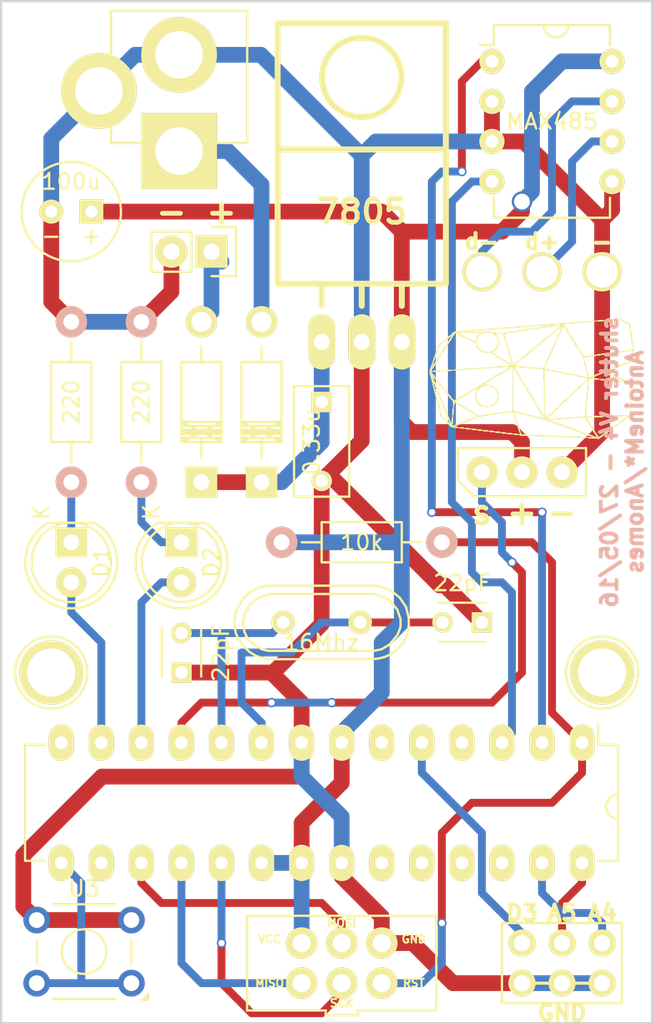
<source format=kicad_pcb>
(kicad_pcb (version 20171130) (host pcbnew "(5.1.12)-1")
  (layers (0 F.Cu signal) (31 B.Cu signal) (34 B.Paste user hide) (35 F.Paste user hide) (36 B.SilkS user hide) (37 F.SilkS user hide) (38 B.Mask user hide) (39 F.Mask user hide) (44 Edge.Cuts user))
  (net 0 "")
  (net 1 GND)
  (net 2 "Net-(C1-Pad2)")
  (net 3 "Net-(C2-Pad2)")
  (net 4 VCC)
  (net 5 "Net-(C4-Pad1)")
  (net 6 /MISO)
  (net 7 /SCK)
  (net 8 /MOSI)
  (net 9 /RST)
  (net 10 "Net-(CON2-Pad1)")
  (net 11 "Net-(D1-Pad1)")
  (net 12 "Net-(D1-Pad2)")
  (net 13 "Net-(D2-Pad1)")
  (net 14 "Net-(D2-Pad2)")
  (net 15 "Net-(D4-Pad2)")
  (net 16 /DMX_RX)
  (net 17 /DMX_TX)
  (net 18 /DMX_LEARN)
  (net 19 /PWM_OUT_3)
  (net 20 "Net-(IC1-Pad6)")
  (net 21 /SERVO)
  (net 22 "Net-(IC1-Pad14)")
  (net 23 "Net-(IC1-Pad16)")
  (net 24 "Net-(IC1-Pad23)")
  (net 25 "Net-(IC1-Pad24)")
  (net 26 "Net-(IC1-Pad25)")
  (net 27 "Net-(IC1-Pad26)")
  (net 28 /A4)
  (net 29 /A5)
  (net 30 /D-)
  (net 31 /D+)
  (net 32 "Net-(IC1-Pad4)")
  (module CONN_ISP_6 (layer F.Cu) (at 70.485 90.805 90)
    (fp_text reference CON1 hide)
    (fp_text value AVR-ISP-6 hide)
    (fp_text user MOSI (at 2.54 0 180) (layer F.SilkS) (effects (font (size 0.5 0.5) (thickness 0.125))))
    (fp_text user SCK (at -2.54 0 180) (layer F.SilkS) (effects (font (size 0.5 0.5) (thickness 0.125))))
    (fp_text user MISO (at -1.27 -4.572 180) (layer F.SilkS) (effects (font (size 0.5 0.5) (thickness 0.125))))
    (fp_text user RST (at -1.27 4.572 180) (layer F.SilkS) (effects (font (size 0.5 0.5) (thickness 0.125))))
    (fp_text user GND (at 1.524 4.572 180) (layer F.SilkS) (effects (font (size 0.5 0.5) (thickness 0.125))))
    (fp_text user VCC (at 1.524 -4.572 180) (layer F.SilkS) (effects (font (size 0.5 0.5) (thickness 0.125))))
    (pad 1 thru_hole circle (at -1.27 -2.54 90) (size 2 2) (drill 1.15) (layers *.Cu *.Mask F.SilkS) (net 6 /MISO))
    (pad 2 thru_hole circle (at 1.27 -2.54 90) (size 2 2) (drill 1.15) (layers *.Cu *.Mask F.SilkS) (net 4 VCC))
    (pad 3 thru_hole circle (at -1.27 0 90) (size 2 2) (drill 1.15) (layers *.Cu *.Mask F.SilkS) (net 7 /SCK))
    (pad 4 thru_hole circle (at 1.27 0 90) (size 2 2) (drill 1.15) (layers *.Cu *.Mask F.SilkS) (net 8 /MOSI))
    (pad 5 thru_hole circle (at -1.27 2.54 90) (size 2 2) (drill 1.15) (layers *.Cu *.Mask F.SilkS) (net 9 /RST))
    (pad 6 thru_hole circle (at 1.27 2.54 90) (size 2 2) (drill 1.15) (layers *.Cu *.Mask F.SilkS) (net 1 GND))
  )
  (module CONN_075_3 (layer F.Cu) (at 83.185 46.99 270)
    (fp_text reference K1 hide)
    (fp_text value XLR3 hide)
    (pad 1 thru_hole circle (at 0 -3.81 270) (size 2.5 2.5) (drill 2) (layers *.Cu *.Mask F.SilkS) (net 1 GND))
    (pad 2 thru_hole circle (at 0 3.81 270) (size 2.5 2.5) (drill 2) (layers *.Cu *.Mask F.SilkS) (net 30 /D-))
    (pad 3 thru_hole circle (at 0 0 270) (size 2.5 2.5) (drill 2) (layers *.Cu *.Mask F.SilkS) (net 31 /D+))
  )
  (module JACK_ALIM (layer F.Cu) (at 60.175 33.245 270)
    (fp_text reference CON2 hide)
    (fp_text value BARREL_JACK hide)
    (pad 2 thru_hole circle (at 0 0 270) (size 4.8006 4.8006) (drill 3) (layers *.Cu *.Mask F.SilkS) (net 1 GND))
    (pad 1 thru_hole rect (at 6.096 0 270) (size 4.8006 4.8006) (drill 3) (layers *.Cu *.Mask F.SilkS) (net 10 "Net-(CON2-Pad1)"))
    (pad 3 thru_hole circle (at 2.286 5.08 270) (size 4.8006 4.8006) (drill 3) (layers *.Cu *.Mask F.SilkS) (net 1 GND))
  )
  (module DIP-28_W7.62mm_LongPads (layer F.Cu) (at 85.725 76.835 270)
    (fp_text reference IC1 hide)
    (fp_text value ATMEGA328-P hide)
    (pad 1 thru_hole oval (at 0 0 270) (size 2.3 1.6) (drill 0.8) (layers *.Cu *.Mask F.SilkS) (net 9 /RST))
    (pad 2 thru_hole oval (at 0 2.54 270) (size 2.3 1.6) (drill 0.8) (layers *.Cu *.Mask F.SilkS) (net 16 /DMX_RX))
    (pad 3 thru_hole oval (at 0 5.08 270) (size 2.3 1.6) (drill 0.8) (layers *.Cu *.Mask F.SilkS) (net 17 /DMX_TX))
    (pad 4 thru_hole oval (at 0 7.62 270) (size 2.3 1.6) (drill 0.8) (layers *.Cu *.Mask F.SilkS) (net 32 "Net-(IC1-Pad4)"))
    (pad 5 thru_hole oval (at 0 10.16 270) (size 2.3 1.6) (drill 0.8) (layers *.Cu *.Mask F.SilkS) (net 19 /PWM_OUT_3))
    (pad 6 thru_hole oval (at 0 12.7 270) (size 2.3 1.6) (drill 0.8) (layers *.Cu *.Mask F.SilkS) (net 20 "Net-(IC1-Pad6)"))
    (pad 7 thru_hole oval (at 0 15.24 270) (size 2.3 1.6) (drill 0.8) (layers *.Cu *.Mask F.SilkS) (net 4 VCC))
    (pad 8 thru_hole oval (at 0 17.78 270) (size 2.3 1.6) (drill 0.8) (layers *.Cu *.Mask F.SilkS) (net 1 GND))
    (pad 9 thru_hole oval (at 0 20.32 270) (size 2.3 1.6) (drill 0.8) (layers *.Cu *.Mask F.SilkS) (net 2 "Net-(C1-Pad2)"))
    (pad 10 thru_hole oval (at 0 22.86 270) (size 2.3 1.6) (drill 0.8) (layers *.Cu *.Mask F.SilkS) (net 3 "Net-(C2-Pad2)"))
    (pad 11 thru_hole oval (at 0 25.4 270) (size 2.3 1.6) (drill 0.8) (layers *.Cu *.Mask F.SilkS) (net 21 /SERVO))
    (pad 12 thru_hole oval (at 0 27.94 270) (size 2.3 1.6) (drill 0.8) (layers *.Cu *.Mask F.SilkS) (net 14 "Net-(D2-Pad2)"))
    (pad 13 thru_hole oval (at 0 30.48 270) (size 2.3 1.6) (drill 0.8) (layers *.Cu *.Mask F.SilkS) (net 12 "Net-(D1-Pad2)"))
    (pad 14 thru_hole oval (at 0 33.02 270) (size 2.3 1.6) (drill 0.8) (layers *.Cu *.Mask F.SilkS) (net 22 "Net-(IC1-Pad14)"))
    (pad 15 thru_hole oval (at 7.62 33.02 270) (size 2.3 1.6) (drill 0.8) (layers *.Cu *.Mask F.SilkS) (net 18 /DMX_LEARN))
    (pad 16 thru_hole oval (at 7.62 30.48 270) (size 2.3 1.6) (drill 0.8) (layers *.Cu *.Mask F.SilkS) (net 23 "Net-(IC1-Pad16)"))
    (pad 17 thru_hole oval (at 7.62 27.94 270) (size 2.3 1.6) (drill 0.8) (layers *.Cu *.Mask F.SilkS) (net 8 /MOSI))
    (pad 18 thru_hole oval (at 7.62 25.4 270) (size 2.3 1.6) (drill 0.8) (layers *.Cu *.Mask F.SilkS) (net 6 /MISO))
    (pad 19 thru_hole oval (at 7.62 22.86 270) (size 2.3 1.6) (drill 0.8) (layers *.Cu *.Mask F.SilkS) (net 7 /SCK))
    (pad 20 thru_hole oval (at 7.62 20.32 270) (size 2.3 1.6) (drill 0.8) (layers *.Cu *.Mask F.SilkS) (net 4 VCC))
    (pad 21 thru_hole oval (at 7.62 17.78 270) (size 2.3 1.6) (drill 0.8) (layers *.Cu *.Mask F.SilkS) (net 4 VCC))
    (pad 22 thru_hole oval (at 7.62 15.24 270) (size 2.3 1.6) (drill 0.8) (layers *.Cu *.Mask F.SilkS) (net 1 GND))
    (pad 23 thru_hole oval (at 7.62 12.7 270) (size 2.3 1.6) (drill 0.8) (layers *.Cu *.Mask F.SilkS) (net 24 "Net-(IC1-Pad23)"))
    (pad 24 thru_hole oval (at 7.62 10.16 270) (size 2.3 1.6) (drill 0.8) (layers *.Cu *.Mask F.SilkS) (net 25 "Net-(IC1-Pad24)"))
    (pad 25 thru_hole oval (at 7.62 7.62 270) (size 2.3 1.6) (drill 0.8) (layers *.Cu *.Mask F.SilkS) (net 26 "Net-(IC1-Pad25)"))
    (pad 26 thru_hole oval (at 7.62 5.08 270) (size 2.3 1.6) (drill 0.8) (layers *.Cu *.Mask F.SilkS) (net 27 "Net-(IC1-Pad26)"))
    (pad 27 thru_hole oval (at 7.62 2.54 270) (size 2.3 1.6) (drill 0.8) (layers *.Cu *.Mask F.SilkS) (net 28 /A4))
    (pad 28 thru_hole oval (at 7.62 0 270) (size 2.3 1.6) (drill 0.8) (layers *.Cu *.Mask F.SilkS) (net 29 /A5))
  )
  (module Pin_Headers:Pin_Header_Straight_2x03 (layer F.Cu) (at 86.995 89.535 270)
    (fp_text reference P3 hide)
    (fp_text value CONN_02X03 hide)
    (pad 1 thru_hole circle (at 0 0 270) (size 1.7272 1.7272) (drill 1.016) (layers *.Cu *.Mask F.SilkS) (net 28 /A4))
    (pad 2 thru_hole oval (at 2.54 0 270) (size 1.7272 1.7272) (drill 1.016) (layers *.Cu *.Mask F.SilkS) (net 1 GND))
    (pad 3 thru_hole oval (at 0 2.54 270) (size 1.7272 1.7272) (drill 1.016) (layers *.Cu *.Mask F.SilkS) (net 29 /A5))
    (pad 4 thru_hole oval (at 2.54 2.54 270) (size 1.7272 1.7272) (drill 1.016) (layers *.Cu *.Mask F.SilkS) (net 1 GND))
    (pad 5 thru_hole oval (at 0 5.08 270) (size 1.7272 1.7272) (drill 1.016) (layers *.Cu *.Mask F.SilkS) (net 19 /PWM_OUT_3))
    (pad 6 thru_hole oval (at 2.54 5.08 270) (size 1.7272 1.7272) (drill 1.016) (layers *.Cu *.Mask F.SilkS) (net 1 GND))
  )
  (module DIP-8_W7.62mm (layer F.Cu) (at 80.01 33.655)
    (fp_text reference U1 hide)
    (fp_text value MAX485 (at 3.81 3.81) (layer F.SilkS))
    (pad 1 thru_hole oval (at 0 0) (size 1.6 1.6) (drill 0.8) (layers *.Cu *.Mask F.SilkS) (net 16 /DMX_RX))
    (pad 2 thru_hole oval (at 0 2.54) (size 1.6 1.6) (drill 0.8) (layers *.Cu *.Mask F.SilkS) (net 1 GND))
    (pad 3 thru_hole oval (at 0 5.08) (size 1.6 1.6) (drill 0.8) (layers *.Cu *.Mask F.SilkS) (net 1 GND))
    (pad 4 thru_hole oval (at 0 7.62) (size 1.6 1.6) (drill 0.8) (layers *.Cu *.Mask F.SilkS) (net 17 /DMX_TX))
    (pad 5 thru_hole oval (at 7.62 7.62) (size 1.6 1.6) (drill 0.8) (layers *.Cu *.Mask F.SilkS) (net 1 GND))
    (pad 6 thru_hole oval (at 7.62 5.08) (size 1.6 1.6) (drill 0.8) (layers *.Cu *.Mask F.SilkS) (net 31 /D+))
    (pad 7 thru_hole oval (at 7.62 2.54) (size 1.6 1.6) (drill 0.8) (layers *.Cu *.Mask F.SilkS) (net 30 /D-))
    (pad 8 thru_hole oval (at 7.62 0) (size 1.6 1.6) (drill 0.8) (layers *.Cu *.Mask F.SilkS) (net 4 VCC))
  )
  (module LEDs:LED-5MM (layer F.Cu) (at 53.34 64.135 270)
    (fp_text reference D1 (at 1.27 -1.905 270) (layer F.SilkS))
    (fp_text value LED hide)
    (fp_text user K (at -1.905 1.905 270) (layer F.SilkS))
    (pad 1 thru_hole rect (at 0 0) (size 2 1.9) (drill 1.00076) (layers *.Cu *.Mask F.SilkS) (net 11 "Net-(D1-Pad1)"))
    (pad 2 thru_hole circle (at 2.54 0 270) (size 1.9 1.9) (drill 1.00076) (layers *.Cu *.Mask F.SilkS) (net 12 "Net-(D1-Pad2)"))
  )
  (module LEDs:LED-5MM (layer F.Cu) (at 60.325 64.135 270)
    (fp_text reference D2 (at 1.27 -1.905 270) (layer F.SilkS))
    (fp_text value LED hide)
    (fp_text user K (at -1.905 1.905 270) (layer F.SilkS))
    (pad 1 thru_hole rect (at 0 0) (size 2 1.9) (drill 1.00076) (layers *.Cu *.Mask F.SilkS) (net 13 "Net-(D2-Pad1)"))
    (pad 2 thru_hole circle (at 2.54 0 270) (size 1.9 1.9) (drill 1.00076) (layers *.Cu *.Mask F.SilkS) (net 14 "Net-(D2-Pad2)"))
  )
  (module Capacitors_ThroughHole:C_Disc_D3_P2.5 (layer F.Cu) (at 79.375 69.215 180)
    (fp_text reference C1 hide)
    (fp_text value 22pF (at 1.25 2.5 180) (layer F.SilkS))
    (pad 1 thru_hole rect (at 0 0 180) (size 1.3 1.3) (drill 0.8) (layers *.Cu *.Mask F.SilkS) (net 1 GND))
    (pad 2 thru_hole circle (at 2.5 0 180) (size 1.3 1.3) (drill 0.8001) (layers *.Cu *.Mask F.SilkS) (net 2 "Net-(C1-Pad2)"))
  )
  (module Capacitors_ThroughHole:C_Disc_D3_P2.5 (layer F.Cu) (at 60.325 72.39 90)
    (fp_text reference C2 hide)
    (fp_text value 22pF (at 1.25 2.5 90) (layer F.SilkS))
    (pad 1 thru_hole rect (at 0 0 90) (size 1.3 1.3) (drill 0.8) (layers *.Cu *.Mask F.SilkS) (net 1 GND))
    (pad 2 thru_hole circle (at 2.5 0 90) (size 1.3 1.3) (drill 0.8001) (layers *.Cu *.Mask F.SilkS) (net 3 "Net-(C2-Pad2)"))
  )
  (module ameisso:CP_VERT_6.3 (layer F.Cu) (at 53.34 43.18 180)
    (fp_text reference C3 hide)
    (fp_text value 100u (at 0 1.905 180) (layer F.SilkS))
    (fp_text user + (at -1.27 -1.524 180) (layer F.SilkS))
    (fp_text user - (at 1.27 -1.524 180) (layer F.SilkS))
    (pad 1 thru_hole rect (at -1.27 0 180) (size 1.524 1.524) (drill 0.762) (layers *.Cu *.Mask F.SilkS) (net 4 VCC))
    (pad 2 thru_hole circle (at 1.27 0 180) (size 1.524 1.524) (drill 0.762) (layers *.Cu *.Mask F.SilkS) (net 1 GND))
  )
  (module Capacitors_ThroughHole:C_Rect_L7_W3.5_P5 (layer F.Cu) (at 69.215 55.245 270)
    (fp_text reference C4 hide)
    (fp_text value 0.33u (at 2.54 0.635 270) (layer F.SilkS))
    (pad 1 thru_hole rect (at 0 0 270) (size 1.3 1.3) (drill 0.8) (layers *.Cu *.Mask F.SilkS) (net 5 "Net-(C4-Pad1)"))
    (pad 2 thru_hole circle (at 5 0 270) (size 1.3 1.3) (drill 0.8) (layers *.Cu *.Mask F.SilkS) (net 1 GND))
  )
  (module Diodes_ThroughHole:Diode_DO-41_SOD81_Horizontal_RM10 (layer F.Cu) (at 65.405 60.325 90)
    (fp_text reference D3 hide)
    (fp_text value 1N4004 hide)
    (pad 2 thru_hole circle (at 10.16 -0.00254 270) (size 1.99898 1.99898) (drill 1.27) (layers *.Cu *.Mask F.SilkS) (net 10 "Net-(CON2-Pad1)"))
    (pad 1 thru_hole rect (at 0 -0.00254 270) (size 1.99898 1.99898) (drill 1.00076) (layers *.Cu *.Mask F.SilkS) (net 5 "Net-(C4-Pad1)"))
  )
  (module Diodes_ThroughHole:Diode_DO-41_SOD81_Horizontal_RM10 (layer F.Cu) (at 61.595 60.325 90)
    (fp_text reference D4 hide)
    (fp_text value 1N4004 hide)
    (pad 2 thru_hole circle (at 10.16 -0.00254 270) (size 1.99898 1.99898) (drill 1.27) (layers *.Cu *.Mask F.SilkS) (net 15 "Net-(D4-Pad2)"))
    (pad 1 thru_hole rect (at 0 -0.00254 270) (size 1.99898 1.99898) (drill 1.00076) (layers *.Cu *.Mask F.SilkS) (net 5 "Net-(C4-Pad1)"))
  )
  (module ameisso:CONN_SERVO (layer F.Cu) (at 81.915 59.69 90)
    (fp_text reference P1 hide)
    (fp_text value CONN_SERVO hide)
    (pad 1 thru_hole circle (at 0 -2.54 90) (size 2 2) (drill 1) (layers *.Cu *.Mask F.SilkS) (net 21 /SERVO))
    (pad 2 thru_hole circle (at 0 0 90) (size 2 2) (drill 1) (layers *.Cu *.Mask F.SilkS) (net 4 VCC))
    (pad 3 thru_hole circle (at 0 2.54 90) (size 2 2) (drill 1) (layers *.Cu *.Mask F.SilkS) (net 1 GND))
  )
  (module ameisso:Pin_Header_Straight_1x02 (layer F.Cu) (at 62.23 45.72 270)
    (fp_text reference P2 hide)
    (fp_text value CONN_01X02 hide)
    (pad 1 thru_hole rect (at 0 0 270) (size 2.032 2.032) (drill 1.016) (layers *.Cu *.Mask F.SilkS) (net 15 "Net-(D4-Pad2)"))
    (pad 2 thru_hole oval (at 0 2.54 270) (size 2.032 2.032) (drill 1.016) (layers *.Cu *.Mask F.SilkS) (net 1 GND))
  )
  (module Resistors_ThroughHole:Resistor_Horizontal_RM10mm (layer F.Cu) (at 66.675 64.135)
    (fp_text reference R1 hide)
    (fp_text value 10k (at 5.08 0) (layer F.SilkS))
    (pad 1 thru_hole circle (at 0 0) (size 1.99898 1.99898) (drill 1.00076) (layers *.Cu *.SilkS *.Mask) (net 4 VCC))
    (pad 2 thru_hole circle (at 10.16 0) (size 1.99898 1.99898) (drill 1.00076) (layers *.Cu *.SilkS *.Mask) (net 9 /RST))
  )
  (module Resistors_ThroughHole:Resistor_Horizontal_RM10mm (layer F.Cu) (at 53.34 60.325 90)
    (fp_text reference R2 hide)
    (fp_text value 220 (at 5.08 0 90) (layer F.SilkS))
    (pad 1 thru_hole circle (at 0 0 90) (size 1.99898 1.99898) (drill 1.00076) (layers *.Cu *.SilkS *.Mask) (net 11 "Net-(D1-Pad1)"))
    (pad 2 thru_hole circle (at 10.16 0 90) (size 1.99898 1.99898) (drill 1.00076) (layers *.Cu *.SilkS *.Mask) (net 1 GND))
  )
  (module Resistors_ThroughHole:Resistor_Horizontal_RM10mm (layer F.Cu) (at 57.785 60.325 90)
    (fp_text reference R3 hide)
    (fp_text value 220 (at 5.08 0 90) (layer F.SilkS))
    (pad 1 thru_hole circle (at 0 0 90) (size 1.99898 1.99898) (drill 1.00076) (layers *.Cu *.SilkS *.Mask) (net 13 "Net-(D2-Pad1)"))
    (pad 2 thru_hole circle (at 10.16 0 90) (size 1.99898 1.99898) (drill 1.00076) (layers *.Cu *.SilkS *.Mask) (net 1 GND))
  )
  (module ameisso:TO220_HORYZ (layer F.Cu) (at 71.755 51.435)
    (fp_text reference U2 hide)
    (fp_text value 7805 hide)
    (pad 2 thru_hole oval (at 0 0 90) (size 3.50012 1.69926) (drill 1.00076) (layers *.Cu *.Mask F.SilkS) (net 1 GND))
    (pad 1 thru_hole oval (at -2.54 0 90) (size 3.50012 1.69926) (drill 1.00076) (layers *.Cu *.Mask F.SilkS) (net 5 "Net-(C4-Pad1)"))
    (pad 3 thru_hole oval (at 2.54 0 90) (size 3.50012 1.69926) (drill 1.00076) (layers *.Cu *.Mask F.SilkS) (net 4 VCC))
    (pad "" np_thru_hole circle (at 0 -16.764 90) (size 3.79984 3.79984) (drill 3.79984) (layers *.Cu *.Mask F.SilkS))
  )
  (module Crystals:Crystal_HC49-U_Vertical (layer F.Cu) (at 69.215 69.215 180)
    (fp_text reference Y1 hide)
    (fp_text value 16Mhz (at 0 -1.27 180) (layer F.SilkS))
    (pad 1 thru_hole circle (at -2.44094 0 180) (size 1.50114 1.50114) (drill 0.8001) (layers *.Cu *.Mask F.SilkS) (net 2 "Net-(C1-Pad2)"))
    (pad 2 thru_hole circle (at 2.44094 0 180) (size 1.50114 1.50114) (drill 0.8001) (layers *.Cu *.Mask F.SilkS) (net 3 "Net-(C2-Pad2)"))
  )
  (module Connect:1pin (layer F.Cu) (at 86.995 72.39)
    (fp_text reference REF**_2 hide)
    (fp_text value 1pin hide)
    (pad 1 thru_hole circle (at 0 0) (size 4.064 4.064) (drill 3.048) (layers *.Cu *.Mask F.SilkS))
  )
  (module Connect:1pin (layer F.Cu) (at 52.07 72.39)
    (fp_text reference REF** hide)
    (fp_text value 1pin hide)
    (pad 1 thru_hole circle (at 0 0) (size 4.064 4.064) (drill 3.048) (layers *.Cu *.Mask F.SilkS))
  )
  (module "Shutter V2:LOGO" (layer F.Cu) (at 75.565 58.42 90)
    (fp_text reference LOGO hide)
    (fp_text value "" (at 0 0 90) (layer F.SilkS) (effects (font (size 1.524 1.524))))
  )
  (module Buttons_Switches_ThroughHole:SW_TH_Tactile_Omron_B3F-10xx (layer F.Cu) (at 57.15 92.075 180)
    (fp_text reference U3 (at 3 6 180) (layer F.SilkS))
    (fp_text value DIP_SWITCH)
    (pad 4 thru_hole circle (at 6 4 180) (size 1.7 1.7) (drill 1) (layers *.Cu *.Mask) (net 1 GND))
    (pad 3 thru_hole circle (at 0 4 180) (size 1.7 1.7) (drill 1) (layers *.Cu *.Mask) (net 1 GND))
    (pad 2 thru_hole circle (at 6 0 180) (size 1.7 1.7) (drill 1) (layers *.Cu *.Mask) (net 18 /DMX_LEARN))
    (pad 1 thru_hole circle (at 0 0 180) (size 1.7 1.7) (drill 1) (layers *.Cu *.Mask) (net 18 /DMX_LEARN))
  )
  (gr_text - (at 86.995 45.085) (layer F.SilkS) (effects (font (size 1 1) (thickness 0.25))))
  (gr_text d+ (at 83.185 45.085) (layer F.SilkS) (effects (font (size 1 1) (thickness 0.25))))
  (gr_text d- (at 79.375 45.085) (layer F.SilkS) (effects (font (size 1 1) (thickness 0.25))))
  (gr_text s (at 79.375 62.23) (layer F.SilkS) (effects (font (size 1.5 1.5) (thickness 0.3))))
  (gr_text - (at 84.455 62.23) (layer F.SilkS) (effects (font (size 1.5 1.5) (thickness 0.3))))
  (gr_text + (at 81.915 62.23) (layer F.SilkS) (effects (font (size 1.5 1.5) (thickness 0.3))))
  (gr_text "GND\n" (at 84.455 93.98) (layer F.SilkS) (effects (font (size 1 1) (thickness 0.25))))
  (gr_text "A4\n" (at 86.995 87.63) (layer F.SilkS) (effects (font (size 1 1) (thickness 0.25))))
  (gr_text A5 (at 84.455 87.63) (layer F.SilkS) (effects (font (size 1 1) (thickness 0.25))))
  (gr_text D3 (at 81.915 87.63) (layer F.SilkS) (effects (font (size 1 1) (thickness 0.25))))
  (gr_text - (at 59.69 43.18) (layer F.SilkS) (effects (font (size 1.5 1.5) (thickness 0.3))))
  (gr_text + (at 62.865 43.18) (layer F.SilkS) (effects (font (size 1.5 1.5) (thickness 0.3))))
  (gr_text 7805 (at 71.755 43.18) (layer F.SilkS) (effects (font (size 1.5 1.5) (thickness 0.3))))
  (gr_text "shutter V4 - 27/05/16\nAntoineM*/Anomes" (at 88.265 59.055 90) (layer B.SilkS) (effects (font (size 1 1) (thickness 0.25)) (justify mirror)))
  (gr_line (start 83.82 92.075) (end 86.36 92.075) (angle 90) (layer F.SilkS) (width 0.2))
  (gr_line (start 82.55 92.075) (end 83.82 92.075) (angle 90) (layer F.SilkS) (width 0.2))
  (gr_line (start 51.435 29.845) (end 48.895 29.845) (angle 90) (layer Edge.Cuts) (width 0.15))
  (gr_line (start 48.895 94.615) (end 48.895 29.845) (angle 90) (layer Edge.Cuts) (width 0.15))
  (gr_line (start 90.17 94.615) (end 48.895 94.615) (angle 90) (layer Edge.Cuts) (width 0.15))
  (gr_line (start 90.17 29.845) (end 90.17 94.615) (angle 90) (layer Edge.Cuts) (width 0.15))
  (gr_line (start 88.265 29.845) (end 90.17 29.845) (angle 90) (layer Edge.Cuts) (width 0.15))
  (gr_line (start 51.435 29.845) (end 88.265 29.845) (angle 90) (layer Edge.Cuts) (width 0.15))
  (segment (start 67.9451 78.9853) (end 67.9452 78.9854) (width 1) (layer B.Cu) (net 1))
  (segment (start 67.945 78.9852) (end 67.9451 78.9853) (width 1) (layer B.Cu) (net 1))
  (segment (start 67.9452 78.9854) (end 67.9453 78.9855) (width 1) (layer B.Cu) (net 1))
  (segment (start 67.9453 78.9855) (end 67.9456 78.9858) (width 1) (layer B.Cu) (net 1))
  (segment (start 67.9456 78.9858) (end 67.9463 78.9864) (width 1) (layer B.Cu) (net 1))
  (segment (start 67.9463 78.9864) (end 67.9475 78.9877) (width 1) (layer B.Cu) (net 1))
  (segment (start 67.9475 78.9877) (end 67.95 78.9901) (width 1) (layer B.Cu) (net 1))
  (segment (start 67.95 78.9901) (end 67.9549 78.9951) (width 1) (layer B.Cu) (net 1))
  (segment (start 67.9549 78.9951) (end 67.9649 79.005) (width 1) (layer B.Cu) (net 1))
  (segment (start 67.9649 79.005) (end 67.9847 79.0249) (width 1) (layer B.Cu) (net 1))
  (segment (start 67.9847 79.0249) (end 68.0244 79.0646) (width 1) (layer B.Cu) (net 1))
  (segment (start 68.0244 79.0646) (end 68.1038 79.1439) (width 1) (layer B.Cu) (net 1))
  (segment (start 68.1038 79.1439) (end 68.2625 79.3027) (width 1) (layer B.Cu) (net 1))
  (segment (start 68.2625 79.3027) (end 68.58 79.6202) (width 1) (layer B.Cu) (net 1))
  (segment (start 68.58 79.6202) (end 69.215 80.2552) (width 1) (layer B.Cu) (net 1))
  (segment (start 57.15 88.075) (end 51.15 88.075) (width 1) (layer F.Cu) (net 1))
  (segment (start 69.215 80.2552) (end 70.485 81.5252) (width 1) (layer B.Cu) (net 1))
  (segment (start 70.485 81.5252) (end 70.485 84.455) (width 1) (layer B.Cu) (net 1))
  (segment (start 67.945 76.835) (end 67.945 78.9852) (width 1) (layer B.Cu) (net 1))
  (segment (start 66.0846 72.45) (end 67.945 74.3104) (width 1) (layer F.Cu) (net 1))
  (segment (start 67.945 74.3104) (end 67.945 76.835) (width 1) (layer F.Cu) (net 1))
  (segment (start 60.325 72.39) (end 66.0246 72.39) (width 1) (layer F.Cu) (net 1))
  (segment (start 66.0246 72.39) (end 66.0846 72.45) (width 1) (layer F.Cu) (net 1))
  (segment (start 66.0846 72.45) (end 69.215 69.3196) (width 1) (layer F.Cu) (net 1))
  (segment (start 69.215 69.3196) (end 69.215 60.245) (width 1) (layer F.Cu) (net 1))
  (segment (start 79.375 69.215) (end 77.0255 66.8655) (width 1) (layer F.Cu) (net 1))
  (segment (start 77.0255 66.8655) (end 76.6991 66.8655) (width 1) (layer F.Cu) (net 1))
  (segment (start 76.6991 66.8655) (end 69.6468 59.8132) (width 1) (layer F.Cu) (net 1))
  (segment (start 80.01 38.735) (end 82.0181 38.735) (width 1) (layer F.Cu) (net 1))
  (segment (start 82.0181 38.735) (end 86.995 43.7119) (width 1) (layer F.Cu) (net 1))
  (segment (start 86.995 43.7119) (end 86.995 46.99) (width 1) (layer F.Cu) (net 1))
  (segment (start 87.63 43.0769) (end 86.995 43.7119) (width 1) (layer F.Cu) (net 1))
  (segment (start 80.01 38.735) (end 80.01 36.195) (width 1) (layer F.Cu) (net 1))
  (segment (start 55.095 35.531) (end 57.381 33.245) (width 1) (layer B.Cu) (net 1))
  (segment (start 57.381 33.245) (end 60.175 33.245) (width 1) (layer B.Cu) (net 1))
  (segment (start 52.07 43.18) (end 52.07 38.556) (width 1) (layer B.Cu) (net 1))
  (segment (start 52.07 38.556) (end 55.095 35.531) (width 1) (layer B.Cu) (net 1))
  (segment (start 70.485 84.455) (end 70.485 85.3288) (width 1) (layer F.Cu) (net 1))
  (segment (start 70.485 85.3288) (end 73.025 87.8688) (width 1) (layer F.Cu) (net 1))
  (segment (start 73.025 87.8688) (end 73.025 89.535) (width 1) (layer F.Cu) (net 1))
  (segment (start 81.915 92.075) (end 77.535 92.075) (width 1) (layer F.Cu) (net 1))
  (segment (start 77.535 92.075) (end 74.995 89.535) (width 1) (layer F.Cu) (net 1))
  (segment (start 74.995 89.535) (end 73.025 89.535) (width 1) (layer F.Cu) (net 1))
  (segment (start 84.455 92.075) (end 86.995 92.075) (width 1) (layer B.Cu) (net 1))
  (segment (start 81.915 92.075) (end 84.455 92.075) (width 1) (layer B.Cu) (net 1))
  (segment (start 71.755 39.6348) (end 65.3652 33.245) (width 1) (layer B.Cu) (net 1))
  (segment (start 65.3652 33.245) (end 60.175 33.245) (width 1) (layer B.Cu) (net 1))
  (segment (start 80.01 38.735) (end 72.6548 38.735) (width 1) (layer B.Cu) (net 1))
  (segment (start 72.6548 38.735) (end 71.755 39.6348) (width 1) (layer B.Cu) (net 1))
  (segment (start 71.755 51.435) (end 71.755 39.6348) (width 1) (layer B.Cu) (net 1))
  (segment (start 87.63 41.275) (end 87.63 43.0769) (width 1) (layer F.Cu) (net 1))
  (segment (start 69.6468 59.8132) (end 69.215 60.245) (width 1) (layer F.Cu) (net 1))
  (segment (start 71.755 51.435) (end 71.755 57.705) (width 1) (layer F.Cu) (net 1))
  (segment (start 71.755 57.705) (end 69.6468 59.8132) (width 1) (layer F.Cu) (net 1))
  (segment (start 84.455 59.69) (end 86.995 57.15) (width 1) (layer F.Cu) (net 1))
  (segment (start 86.995 57.15) (end 86.995 46.99) (width 1) (layer F.Cu) (net 1))
  (segment (start 53.34 50.165) (end 52.07 48.895) (width 1) (layer F.Cu) (net 1))
  (segment (start 52.07 48.895) (end 52.07 43.18) (width 1) (layer F.Cu) (net 1))
  (segment (start 57.785 50.165) (end 59.69 48.26) (width 1) (layer F.Cu) (net 1))
  (segment (start 59.69 48.26) (end 59.69 45.72) (width 1) (layer F.Cu) (net 1))
  (segment (start 57.785 50.165) (end 53.34 50.165) (width 1) (layer B.Cu) (net 1))
  (segment (start 67.945 78.985) (end 67.945 76.835) (width 1) (layer F.Cu) (net 1))
  (segment (start 67.94499 78.98501) (end 67.945 78.985) (width 1) (layer F.Cu) (net 1))
  (segment (start 55.279392 78.98501) (end 67.94499 78.98501) (width 1) (layer F.Cu) (net 1))
  (segment (start 50.300001 83.964401) (end 55.279392 78.98501) (width 1) (layer F.Cu) (net 1))
  (segment (start 50.300001 87.225001) (end 50.300001 83.964401) (width 1) (layer F.Cu) (net 1))
  (segment (start 51.15 88.075) (end 50.300001 87.225001) (width 1) (layer F.Cu) (net 1))
  (segment (start 71.6559 69.215) (end 76.875 69.215) (width 0.5) (layer F.Cu) (net 2))
  (segment (start 71.6559 69.215) (end 69.215 69.215) (width 0.5) (layer B.Cu) (net 2))
  (segment (start 69.215 69.215) (end 67.31 71.12) (width 0.5) (layer B.Cu) (net 2))
  (segment (start 67.31 71.12) (end 64.135 71.12) (width 0.5) (layer B.Cu) (net 2))
  (segment (start 64.135 71.12) (end 64.135 74.295) (width 0.5) (layer B.Cu) (net 2))
  (segment (start 64.135 74.295) (end 65.405 75.565) (width 0.5) (layer B.Cu) (net 2))
  (segment (start 65.405 75.565) (end 65.405 76.835) (width 0.5) (layer B.Cu) (net 2))
  (segment (start 62.865 69.89) (end 66.0991 69.89) (width 0.5) (layer B.Cu) (net 3))
  (segment (start 66.0991 69.89) (end 66.7741 69.215) (width 0.5) (layer B.Cu) (net 3))
  (segment (start 61.635 69.89) (end 62.865 69.89) (width 0.5) (layer B.Cu) (net 3))
  (segment (start 60.325 69.89) (end 61.635 69.89) (width 0.5) (layer B.Cu) (net 3))
  (segment (start 62.865 71.755) (end 62.865 76.835) (width 0.5) (layer B.Cu) (net 3))
  (segment (start 62.865 71.12) (end 62.865 71.755) (width 0.5) (layer B.Cu) (net 3))
  (segment (start 62.865 71.12) (end 62.865 69.89) (width 0.5) (layer B.Cu) (net 3))
  (segment (start 62.865 71.755) (end 62.865 71.12) (width 0.5) (layer B.Cu) (net 3))
  (segment (start 60.325 69.89) (end 60.325 69.85) (width 0.5) (layer F.Cu) (net 3))
  (segment (start 60.325 69.89) (end 61.635 69.89) (width 0.5) (layer B.Cu) (net 3))
  (segment (start 74.295 64.135) (end 74.295 51.435) (width 1) (layer B.Cu) (net 4))
  (segment (start 70.485 76.835) (end 70.485 76.2) (width 1) (layer B.Cu) (net 4))
  (segment (start 70.485 76.2) (end 73.025 73.66) (width 1) (layer B.Cu) (net 4))
  (segment (start 73.025 73.66) (end 73.025 70.485) (width 1) (layer B.Cu) (net 4))
  (segment (start 73.025 70.485) (end 74.295 69.215) (width 1) (layer B.Cu) (net 4))
  (segment (start 74.295 69.215) (end 74.295 64.135) (width 1) (layer B.Cu) (net 4))
  (segment (start 67.945 84.455) (end 67.945 89.535) (width 1) (layer B.Cu) (net 4))
  (segment (start 65.405 84.455) (end 67.945 84.455) (width 1) (layer B.Cu) (net 4))
  (segment (start 54.61 43.18) (end 73.025 43.18) (width 1) (layer F.Cu) (net 4))
  (segment (start 73.025 43.18) (end 74.295 44.45) (width 1) (layer F.Cu) (net 4))
  (segment (start 74.295 44.45) (end 74.295 51.435) (width 1) (layer F.Cu) (net 4))
  (segment (start 81.915 42.545) (end 82.55 41.91) (width 1) (layer B.Cu) (net 4))
  (segment (start 82.55 41.91) (end 82.55 35.56) (width 1) (layer B.Cu) (net 4))
  (segment (start 82.55 35.56) (end 84.455 33.655) (width 1) (layer B.Cu) (net 4))
  (segment (start 84.455 33.655) (end 87.63 33.655) (width 1) (layer B.Cu) (net 4))
  (segment (start 74.295 44.45) (end 80.645 44.45) (width 1) (layer F.Cu) (net 4))
  (segment (start 80.645 44.45) (end 81.915 43.18) (width 1) (layer F.Cu) (net 4))
  (segment (start 81.915 43.18) (end 81.915 42.545) (width 1) (layer F.Cu) (net 4))
  (segment (start 67.945 84.455) (end 67.945 81.915) (width 1) (layer F.Cu) (net 4))
  (segment (start 67.945 81.915) (end 70.485 79.375) (width 1) (layer F.Cu) (net 4))
  (segment (start 70.485 79.375) (end 70.485 76.835) (width 1) (layer F.Cu) (net 4))
  (segment (start 74.295 64.135) (end 66.675 64.135) (width 1) (layer B.Cu) (net 4))
  (segment (start 81.915 59.69) (end 81.915 57.785) (width 1) (layer F.Cu) (net 4))
  (segment (start 81.915 57.785) (end 81.28 57.15) (width 1) (layer F.Cu) (net 4))
  (segment (start 81.28 57.15) (end 74.93 57.15) (width 1) (layer F.Cu) (net 4))
  (segment (start 74.93 57.15) (end 74.295 56.515) (width 1) (layer F.Cu) (net 4))
  (segment (start 74.295 56.515) (end 74.295 51.435) (width 1) (layer F.Cu) (net 4))
  (via (at 81.915 42.545) (size 1.3) (drill 1) (layers F.Cu B.Cu) (net 4))
  (segment (start 61.5925 60.325) (end 65.4025 60.325) (width 1) (layer F.Cu) (net 5))
  (segment (start 65.4025 60.325) (end 66.675 60.325) (width 1) (layer B.Cu) (net 5))
  (segment (start 66.675 60.325) (end 69.215 57.785) (width 1) (layer B.Cu) (net 5))
  (segment (start 69.215 57.785) (end 69.215 55.245) (width 1) (layer B.Cu) (net 5))
  (segment (start 69.215 51.435) (end 69.215 55.245) (width 1) (layer B.Cu) (net 5))
  (segment (start 60.325 84.455) (end 60.325 90.805) (width 0.5) (layer B.Cu) (net 6))
  (segment (start 60.325 90.805) (end 61.595 92.075) (width 0.5) (layer B.Cu) (net 6))
  (segment (start 61.595 92.075) (end 67.945 92.075) (width 0.5) (layer B.Cu) (net 6))
  (segment (start 70.485 92.71) (end 70.485 92.075) (width 0.5) (layer F.Cu) (net 7))
  (segment (start 62.865 89.535) (end 62.865 92.075) (width 0.5) (layer F.Cu) (net 7))
  (segment (start 62.865 92.075) (end 64.77 93.98) (width 0.5) (layer F.Cu) (net 7))
  (segment (start 64.77 93.98) (end 69.215 93.98) (width 0.5) (layer F.Cu) (net 7))
  (segment (start 69.215 93.98) (end 70.485 92.71) (width 0.5) (layer F.Cu) (net 7))
  (segment (start 62.865 84.455) (end 62.865 89.535) (width 0.5) (layer B.Cu) (net 7))
  (via (at 62.865 89.535) (size 0.6) (layers F.Cu B.Cu) (net 7))
  (segment (start 57.785 84.455) (end 57.785 85.725) (width 0.5) (layer F.Cu) (net 8))
  (segment (start 57.785 85.725) (end 59.055 86.995) (width 0.5) (layer F.Cu) (net 8))
  (segment (start 59.055 86.995) (end 69.215 86.995) (width 0.5) (layer F.Cu) (net 8))
  (segment (start 69.215 86.995) (end 70.485 88.265) (width 0.5) (layer F.Cu) (net 8))
  (segment (start 70.485 88.265) (end 70.485 89.535) (width 0.5) (layer F.Cu) (net 8))
  (segment (start 85.725 76.835) (end 85.725 78.74) (width 0.5) (layer F.Cu) (net 9))
  (segment (start 85.725 78.74) (end 83.82 80.645) (width 0.5) (layer F.Cu) (net 9))
  (segment (start 83.82 80.645) (end 78.74 80.645) (width 0.5) (layer F.Cu) (net 9))
  (segment (start 78.74 80.645) (end 76.835 82.55) (width 0.5) (layer F.Cu) (net 9))
  (segment (start 76.835 82.55) (end 76.835 88.265) (width 0.5) (layer F.Cu) (net 9))
  (segment (start 76.835 88.265) (end 76.835 90.805) (width 0.5) (layer B.Cu) (net 9))
  (segment (start 76.835 90.805) (end 75.565 92.075) (width 0.5) (layer B.Cu) (net 9))
  (segment (start 75.565 92.075) (end 73.025 92.075) (width 0.5) (layer B.Cu) (net 9))
  (segment (start 76.835 64.135) (end 82.55 64.135) (width 0.5) (layer F.Cu) (net 9))
  (segment (start 82.55 64.135) (end 83.82 65.405) (width 0.5) (layer F.Cu) (net 9))
  (segment (start 83.82 65.405) (end 83.82 74.93) (width 0.5) (layer F.Cu) (net 9))
  (segment (start 83.82 74.93) (end 85.725 76.835) (width 0.5) (layer F.Cu) (net 9))
  (via (at 76.835 88.265) (size 0.6) (layers F.Cu B.Cu) (net 9))
  (segment (start 60.175 39.341) (end 63.271 39.341) (width 1) (layer B.Cu) (net 10))
  (segment (start 63.271 39.341) (end 65.4025 41.4725) (width 1) (layer B.Cu) (net 10))
  (segment (start 65.4025 41.4725) (end 65.4025 50.165) (width 1) (layer B.Cu) (net 10))
  (segment (start 53.34 60.325) (end 53.34 64.135) (width 0.5) (layer B.Cu) (net 11))
  (segment (start 53.34 66.675) (end 53.34 68.58) (width 0.5) (layer B.Cu) (net 12))
  (segment (start 53.34 68.58) (end 55.245 70.485) (width 0.5) (layer B.Cu) (net 12))
  (segment (start 55.245 70.485) (end 55.245 76.835) (width 0.5) (layer B.Cu) (net 12))
  (segment (start 57.785 60.325) (end 57.785 62.865) (width 0.5) (layer B.Cu) (net 13))
  (segment (start 57.785 62.865) (end 59.055 64.135) (width 0.5) (layer B.Cu) (net 13))
  (segment (start 59.055 64.135) (end 60.325 64.135) (width 0.5) (layer B.Cu) (net 13))
  (segment (start 57.785 76.835) (end 57.785 67.945) (width 0.5) (layer B.Cu) (net 14))
  (segment (start 57.785 67.945) (end 59.055 66.675) (width 0.5) (layer B.Cu) (net 14))
  (segment (start 59.055 66.675) (end 60.325 66.675) (width 0.5) (layer B.Cu) (net 14))
  (segment (start 62.8625 46.3525) (end 62.23 45.72) (width 1) (layer B.Cu) (net 15))
  (segment (start 62.23 45.72) (end 62.23 49.5275) (width 1) (layer B.Cu) (net 15))
  (segment (start 62.23 49.5275) (end 61.5925 50.165) (width 1) (layer B.Cu) (net 15))
  (segment (start 83.185 76.2) (end 83.185 62.23) (width 0.5) (layer B.Cu) (net 16))
  (segment (start 83.185 76.835) (end 83.185 76.2) (width 0.5) (layer B.Cu) (net 16))
  (segment (start 83.185 76.835) (end 83.185 76.2) (width 0.5) (layer B.Cu) (net 16))
  (segment (start 78.105 40.64) (end 78.105 34.925) (width 0.5) (layer F.Cu) (net 16))
  (segment (start 78.105 34.925) (end 79.375 33.655) (width 0.5) (layer F.Cu) (net 16))
  (segment (start 79.375 33.655) (end 80.01 33.655) (width 0.5) (layer F.Cu) (net 16))
  (segment (start 76.2 62.23) (end 76.2 41.275) (width 0.5) (layer B.Cu) (net 16))
  (segment (start 76.2 41.275) (end 76.835 40.64) (width 0.5) (layer B.Cu) (net 16))
  (segment (start 76.835 40.64) (end 78.105 40.64) (width 0.5) (layer B.Cu) (net 16))
  (segment (start 76.2 62.23) (end 83.185 62.23) (width 0.5) (layer F.Cu) (net 16))
  (via (at 78.105 40.64) (size 0.6) (layers F.Cu B.Cu) (net 16))
  (via (at 76.2 62.23) (size 0.6) (layers F.Cu B.Cu) (net 16))
  (via (at 83.185 62.23) (size 0.6) (layers F.Cu B.Cu) (net 16))
  (segment (start 79.375 41.275) (end 80.01 41.275) (width 0.5) (layer B.Cu) (net 17))
  (segment (start 79.375 41.275) (end 80.01 41.275) (width 0.5) (layer B.Cu) (net 17))
  (segment (start 79.375 41.275) (end 78.74 41.275) (width 0.5) (layer B.Cu) (net 17))
  (segment (start 78.74 41.275) (end 77.47 42.545) (width 0.5) (layer B.Cu) (net 17))
  (segment (start 77.47 42.545) (end 77.47 61.595) (width 0.5) (layer B.Cu) (net 17))
  (segment (start 77.47 61.595) (end 78.74 62.865) (width 0.5) (layer B.Cu) (net 17))
  (segment (start 78.74 62.865) (end 78.74 66.04) (width 0.5) (layer B.Cu) (net 17))
  (segment (start 78.74 66.04) (end 79.375 66.675) (width 0.5) (layer B.Cu) (net 17))
  (segment (start 79.375 66.675) (end 80.645 66.675) (width 0.5) (layer B.Cu) (net 17))
  (segment (start 80.645 66.675) (end 81.28 67.31) (width 0.5) (layer B.Cu) (net 17))
  (segment (start 81.28 67.31) (end 81.28 76.2) (width 0.5) (layer B.Cu) (net 17))
  (segment (start 81.28 76.2) (end 80.645 76.835) (width 0.5) (layer B.Cu) (net 17))
  (segment (start 53.975 92.075) (end 51.15 92.075) (width 0.5) (layer B.Cu) (net 18))
  (segment (start 57.15 92.075) (end 53.975 92.075) (width 0.5) (layer B.Cu) (net 18))
  (segment (start 53.975 92.075) (end 53.975 85.725) (width 0.5) (layer B.Cu) (net 18))
  (segment (start 53.975 85.725) (end 52.705 84.455) (width 0.5) (layer B.Cu) (net 18))
  (segment (start 81.915 89.535) (end 81.915 88.9) (width 0.5) (layer B.Cu) (net 19))
  (segment (start 81.915 88.9) (end 79.375 86.36) (width 0.5) (layer B.Cu) (net 19))
  (segment (start 79.375 86.36) (end 79.375 82.55) (width 0.5) (layer B.Cu) (net 19))
  (segment (start 79.375 82.55) (end 75.565 78.74) (width 0.5) (layer B.Cu) (net 19))
  (segment (start 75.565 78.74) (end 75.565 76.835) (width 0.5) (layer B.Cu) (net 19))
  (segment (start 79.375 59.69) (end 79.375 61.595) (width 0.5) (layer B.Cu) (net 21))
  (segment (start 81.28 65.405) (end 80.645 64.77) (width 0.5) (layer B.Cu) (net 21))
  (segment (start 80.645 64.77) (end 80.645 62.865) (width 0.5) (layer B.Cu) (net 21))
  (segment (start 80.645 62.865) (end 79.375 61.595) (width 0.5) (layer B.Cu) (net 21))
  (segment (start 60.325 76.2) (end 60.325 76.835) (width 0.5) (layer B.Cu) (net 21))
  (segment (start 66.04 74.295) (end 69.85 74.295) (width 0.5) (layer B.Cu) (net 21))
  (segment (start 69.85 74.295) (end 80.01 74.295) (width 0.5) (layer F.Cu) (net 21))
  (segment (start 80.01 74.295) (end 81.915 72.39) (width 0.5) (layer F.Cu) (net 21))
  (segment (start 81.915 72.39) (end 81.915 66.04) (width 0.5) (layer F.Cu) (net 21))
  (segment (start 81.915 66.04) (end 81.28 65.405) (width 0.5) (layer F.Cu) (net 21))
  (segment (start 60.325 76.835) (end 60.325 75.565) (width 0.5) (layer F.Cu) (net 21))
  (segment (start 60.325 75.565) (end 61.595 74.295) (width 0.5) (layer F.Cu) (net 21))
  (segment (start 61.595 74.295) (end 66.04 74.295) (width 0.5) (layer F.Cu) (net 21))
  (via (at 69.85 74.295) (size 0.6) (layers F.Cu B.Cu) (net 21))
  (via (at 66.04 74.295) (size 0.6) (layers F.Cu B.Cu) (net 21))
  (via (at 81.28 65.405) (size 0.6) (layers F.Cu B.Cu) (net 21))
  (segment (start 83.185 84.455) (end 83.185 86.36) (width 0.5) (layer B.Cu) (net 28))
  (segment (start 83.185 86.36) (end 84.455 87.63) (width 0.5) (layer B.Cu) (net 28))
  (segment (start 84.455 87.63) (end 86.36 87.63) (width 0.5) (layer B.Cu) (net 28))
  (segment (start 86.36 87.63) (end 86.995 88.265) (width 0.5) (layer B.Cu) (net 28))
  (segment (start 86.995 88.265) (end 86.995 89.535) (width 0.5) (layer B.Cu) (net 28))
  (segment (start 85.725 84.455) (end 85.725 85.725) (width 0.5) (layer F.Cu) (net 29))
  (segment (start 85.725 85.725) (end 84.455 86.995) (width 0.5) (layer F.Cu) (net 29))
  (segment (start 84.455 86.995) (end 84.455 89.535) (width 0.5) (layer F.Cu) (net 29))
  (segment (start 79.375 46.99) (end 79.375 45.72) (width 0.5) (layer B.Cu) (net 30))
  (segment (start 79.375 45.72) (end 80.645 44.45) (width 0.5) (layer B.Cu) (net 30))
  (segment (start 80.645 44.45) (end 82.55 44.45) (width 0.5) (layer B.Cu) (net 30))
  (segment (start 82.55 44.45) (end 83.82 43.18) (width 0.5) (layer B.Cu) (net 30))
  (segment (start 83.82 43.18) (end 83.82 37.465) (width 0.5) (layer B.Cu) (net 30))
  (segment (start 83.82 37.465) (end 85.09 36.195) (width 0.5) (layer B.Cu) (net 30))
  (segment (start 85.09 36.195) (end 87.63 36.195) (width 0.5) (layer B.Cu) (net 30))
  (segment (start 87.63 38.735) (end 86.36 38.735) (width 0.5) (layer B.Cu) (net 31))
  (segment (start 86.36 38.735) (end 85.09 40.005) (width 0.5) (layer B.Cu) (net 31))
  (segment (start 85.09 40.005) (end 85.09 45.085) (width 0.5) (layer B.Cu) (net 31))
  (segment (start 85.09 45.085) (end 83.185 46.99) (width 0.5) (layer B.Cu) (net 31))
)
</source>
